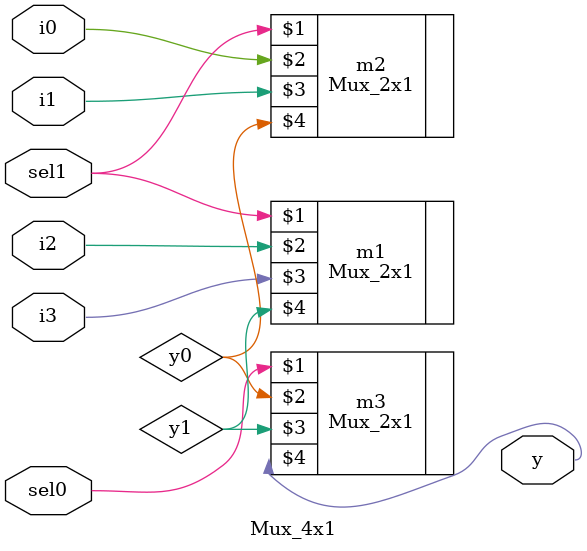
<source format=v>
module Mux_4x1(
  input sel0, sel1,
  input  i0,i1,i2,i3,
  output wire y);
  
  wire y0, y1;
  
  Mux_2x1 m1(sel1, i2, i3, y1);
  Mux_2x1 m2(sel1, i0, i1, y0);
  Mux_2x1 m3(sel0, y0, y1, y);
endmodule

// WARNING
// This is an instanciated module. refer to Mux 2x1 for further understanding.

</source>
